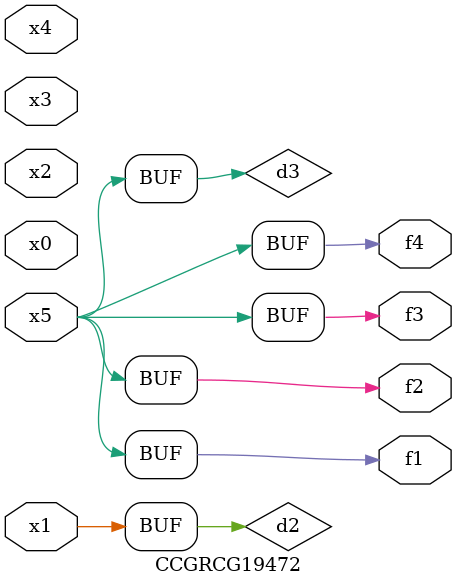
<source format=v>
module CCGRCG19472(
	input x0, x1, x2, x3, x4, x5,
	output f1, f2, f3, f4
);

	wire d1, d2, d3;

	not (d1, x5);
	or (d2, x1);
	xnor (d3, d1);
	assign f1 = d3;
	assign f2 = d3;
	assign f3 = d3;
	assign f4 = d3;
endmodule

</source>
